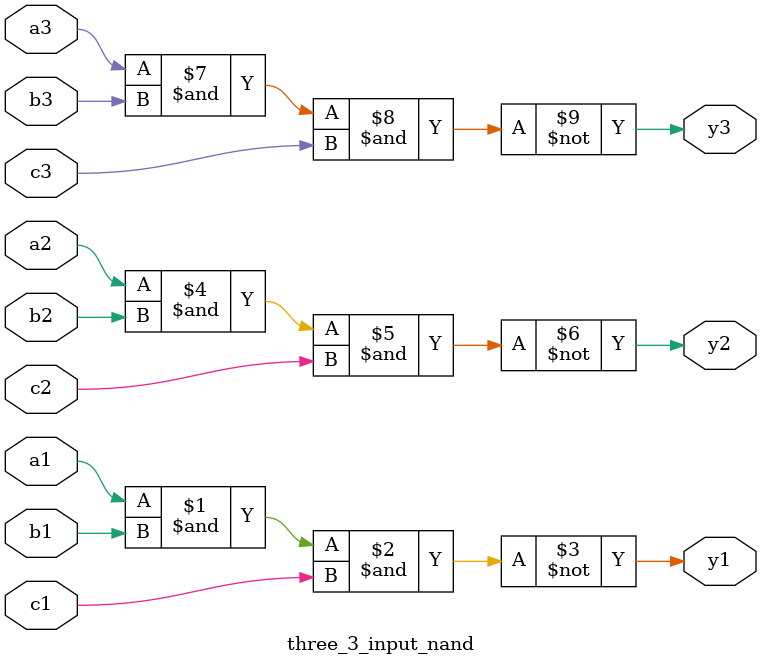
<source format=v>
`timescale 1ns / 1ps

module three_3_input_nand #(parameter DELAY = 10)(
    input wire a1,b1,c1,a2,b2,c2,a3,b3,c3,
    output wire y1,y2,y3
    );
    
    nand #DELAY (y1,a1,b1,c1);
    nand #DELAY (y2,a2,b2,c2);
    nand #DELAY (y3,a3,b3,c3);
    
endmodule

</source>
